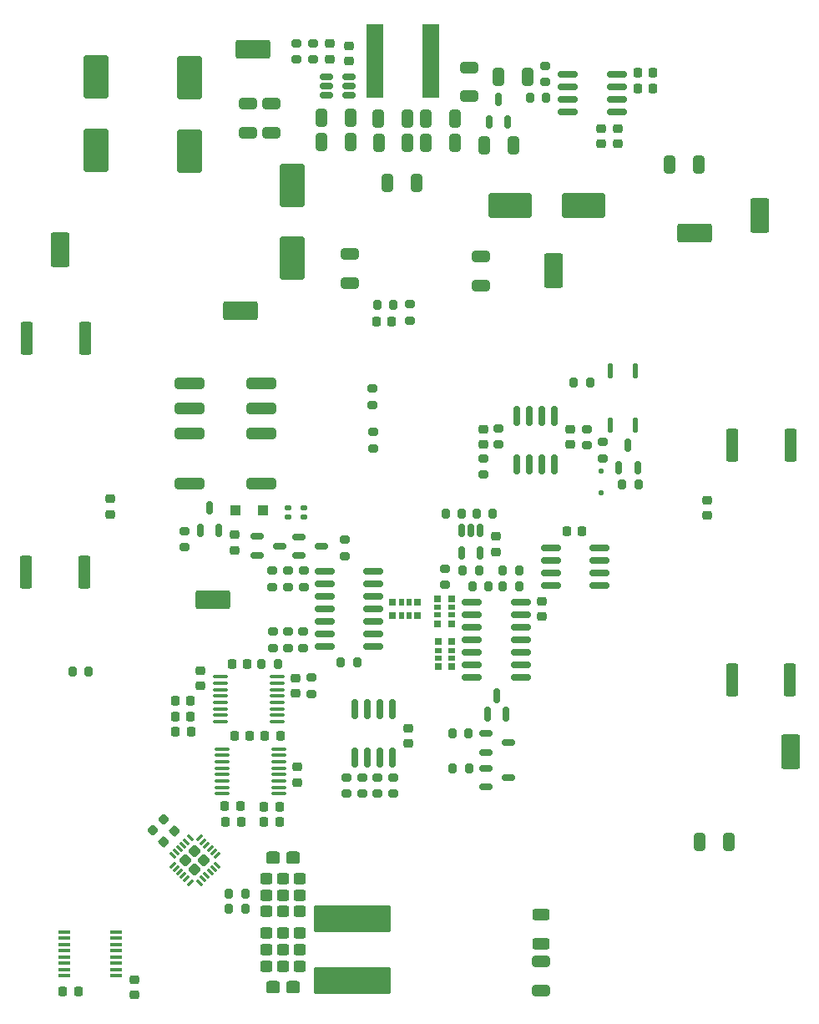
<source format=gbr>
%TF.GenerationSoftware,KiCad,Pcbnew,8.0.0*%
%TF.CreationDate,2024-03-22T17:01:39+01:00*%
%TF.ProjectId,PrezisoinPowerSupply,5072657a-6973-46f6-996e-506f77657253,rev?*%
%TF.SameCoordinates,Original*%
%TF.FileFunction,Paste,Top*%
%TF.FilePolarity,Positive*%
%FSLAX46Y46*%
G04 Gerber Fmt 4.6, Leading zero omitted, Abs format (unit mm)*
G04 Created by KiCad (PCBNEW 8.0.0) date 2024-03-22 17:01:39*
%MOMM*%
%LPD*%
G01*
G04 APERTURE LIST*
G04 Aperture macros list*
%AMRoundRect*
0 Rectangle with rounded corners*
0 $1 Rounding radius*
0 $2 $3 $4 $5 $6 $7 $8 $9 X,Y pos of 4 corners*
0 Add a 4 corners polygon primitive as box body*
4,1,4,$2,$3,$4,$5,$6,$7,$8,$9,$2,$3,0*
0 Add four circle primitives for the rounded corners*
1,1,$1+$1,$2,$3*
1,1,$1+$1,$4,$5*
1,1,$1+$1,$6,$7*
1,1,$1+$1,$8,$9*
0 Add four rect primitives between the rounded corners*
20,1,$1+$1,$2,$3,$4,$5,0*
20,1,$1+$1,$4,$5,$6,$7,0*
20,1,$1+$1,$6,$7,$8,$9,0*
20,1,$1+$1,$8,$9,$2,$3,0*%
G04 Aperture macros list end*
%ADD10RoundRect,0.225000X-0.250000X0.225000X-0.250000X-0.225000X0.250000X-0.225000X0.250000X0.225000X0*%
%ADD11RoundRect,0.147500X0.172500X-0.147500X0.172500X0.147500X-0.172500X0.147500X-0.172500X-0.147500X0*%
%ADD12RoundRect,0.225000X0.250000X-0.225000X0.250000X0.225000X-0.250000X0.225000X-0.250000X-0.225000X0*%
%ADD13RoundRect,0.200000X-1.550000X-0.750000X1.550000X-0.750000X1.550000X0.750000X-1.550000X0.750000X0*%
%ADD14RoundRect,0.200000X-0.200000X-0.275000X0.200000X-0.275000X0.200000X0.275000X-0.200000X0.275000X0*%
%ADD15RoundRect,0.300000X0.325000X0.300000X-0.325000X0.300000X-0.325000X-0.300000X0.325000X-0.300000X0*%
%ADD16RoundRect,0.317500X-0.382500X-0.317500X0.382500X-0.317500X0.382500X0.317500X-0.382500X0.317500X0*%
%ADD17RoundRect,0.150000X0.150000X-0.825000X0.150000X0.825000X-0.150000X0.825000X-0.150000X-0.825000X0*%
%ADD18RoundRect,0.200000X0.275000X-0.200000X0.275000X0.200000X-0.275000X0.200000X-0.275000X-0.200000X0*%
%ADD19R,0.640000X0.700000*%
%ADD20R,0.500000X0.700000*%
%ADD21RoundRect,0.250000X-1.000000X1.950000X-1.000000X-1.950000X1.000000X-1.950000X1.000000X1.950000X0*%
%ADD22RoundRect,0.200000X0.750000X-1.550000X0.750000X1.550000X-0.750000X1.550000X-0.750000X-1.550000X0*%
%ADD23RoundRect,0.218750X0.218750X0.256250X-0.218750X0.256250X-0.218750X-0.256250X0.218750X-0.256250X0*%
%ADD24RoundRect,0.200000X0.200000X0.275000X-0.200000X0.275000X-0.200000X-0.275000X0.200000X-0.275000X0*%
%ADD25RoundRect,0.250000X0.650000X-0.325000X0.650000X0.325000X-0.650000X0.325000X-0.650000X-0.325000X0*%
%ADD26RoundRect,0.250000X-1.950000X-1.000000X1.950000X-1.000000X1.950000X1.000000X-1.950000X1.000000X0*%
%ADD27RoundRect,0.100000X0.637500X0.100000X-0.637500X0.100000X-0.637500X-0.100000X0.637500X-0.100000X0*%
%ADD28RoundRect,0.200000X-0.275000X0.200000X-0.275000X-0.200000X0.275000X-0.200000X0.275000X0.200000X0*%
%ADD29RoundRect,0.250000X-0.325000X-0.650000X0.325000X-0.650000X0.325000X0.650000X-0.325000X0.650000X0*%
%ADD30RoundRect,0.225000X-0.225000X-0.250000X0.225000X-0.250000X0.225000X0.250000X-0.225000X0.250000X0*%
%ADD31RoundRect,0.150000X-0.512500X-0.150000X0.512500X-0.150000X0.512500X0.150000X-0.512500X0.150000X0*%
%ADD32RoundRect,0.250000X0.325000X0.650000X-0.325000X0.650000X-0.325000X-0.650000X0.325000X-0.650000X0*%
%ADD33RoundRect,0.250000X0.362500X1.425000X-0.362500X1.425000X-0.362500X-1.425000X0.362500X-1.425000X0*%
%ADD34RoundRect,0.150000X0.150000X-0.512500X0.150000X0.512500X-0.150000X0.512500X-0.150000X-0.512500X0*%
%ADD35RoundRect,0.225000X0.225000X0.250000X-0.225000X0.250000X-0.225000X-0.250000X0.225000X-0.250000X0*%
%ADD36RoundRect,0.250000X-0.650000X0.325000X-0.650000X-0.325000X0.650000X-0.325000X0.650000X0.325000X0*%
%ADD37RoundRect,0.218750X-0.026517X0.335876X-0.335876X0.026517X0.026517X-0.335876X0.335876X-0.026517X0*%
%ADD38RoundRect,0.250000X-0.362500X-1.425000X0.362500X-1.425000X0.362500X1.425000X-0.362500X1.425000X0*%
%ADD39RoundRect,0.150000X-0.825000X-0.150000X0.825000X-0.150000X0.825000X0.150000X-0.825000X0.150000X0*%
%ADD40RoundRect,0.250000X-0.625000X0.312500X-0.625000X-0.312500X0.625000X-0.312500X0.625000X0.312500X0*%
%ADD41R,1.200000X0.400000*%
%ADD42RoundRect,0.218750X-0.218750X-0.256250X0.218750X-0.256250X0.218750X0.256250X-0.218750X0.256250X0*%
%ADD43RoundRect,0.125000X-0.125000X0.125000X-0.125000X-0.125000X0.125000X-0.125000X0.125000X0.125000X0*%
%ADD44RoundRect,0.300000X-0.325000X-0.300000X0.325000X-0.300000X0.325000X0.300000X-0.325000X0.300000X0*%
%ADD45RoundRect,0.317500X0.382500X0.317500X-0.382500X0.317500X-0.382500X-0.317500X0.382500X-0.317500X0*%
%ADD46RoundRect,0.150000X0.150000X-0.587500X0.150000X0.587500X-0.150000X0.587500X-0.150000X-0.587500X0*%
%ADD47R,1.800000X7.500000*%
%ADD48RoundRect,0.250000X-0.388909X0.000000X0.000000X-0.388909X0.388909X0.000000X0.000000X0.388909X0*%
%ADD49RoundRect,0.062500X-0.291682X0.203293X0.203293X-0.291682X0.291682X-0.203293X-0.203293X0.291682X0*%
%ADD50RoundRect,0.062500X-0.291682X-0.203293X-0.203293X-0.291682X0.291682X0.203293X0.203293X0.291682X0*%
%ADD51RoundRect,0.137500X0.137500X-0.587500X0.137500X0.587500X-0.137500X0.587500X-0.137500X-0.587500X0*%
%ADD52RoundRect,0.249750X1.250250X-0.305250X1.250250X0.305250X-1.250250X0.305250X-1.250250X-0.305250X0*%
%ADD53RoundRect,0.250000X0.300000X0.300000X-0.300000X0.300000X-0.300000X-0.300000X0.300000X-0.300000X0*%
%ADD54R,0.700000X0.640000*%
%ADD55R,0.700000X0.500000*%
%ADD56RoundRect,0.150000X-0.150000X0.512500X-0.150000X-0.512500X0.150000X-0.512500X0.150000X0.512500X0*%
%ADD57RoundRect,0.150000X0.825000X0.150000X-0.825000X0.150000X-0.825000X-0.150000X0.825000X-0.150000X0*%
%ADD58RoundRect,0.225000X0.017678X-0.335876X0.335876X-0.017678X-0.017678X0.335876X-0.335876X0.017678X0*%
%ADD59RoundRect,0.275000X3.635000X-1.100000X3.635000X1.100000X-3.635000X1.100000X-3.635000X-1.100000X0*%
G04 APERTURE END LIST*
D10*
%TO.C,C44*%
X115700000Y-98975000D03*
X115700000Y-100525000D03*
%TD*%
D11*
%TO.C,F4*%
X135400000Y-100835000D03*
X135400000Y-99865000D03*
%TD*%
%TO.C,F3*%
X133750000Y-100835000D03*
X133750000Y-99865000D03*
%TD*%
D12*
%TO.C,C43*%
X176250000Y-100625000D03*
X176250000Y-99075000D03*
%TD*%
D13*
%TO.C,TP6*%
X128900000Y-79900000D03*
%TD*%
%TO.C,TP5*%
X130200000Y-53400000D03*
%TD*%
D14*
%TO.C,R14*%
X127750000Y-140550000D03*
X129400000Y-140550000D03*
%TD*%
D10*
%TO.C,C23*%
X139900000Y-53025000D03*
X139900000Y-54575000D03*
%TD*%
D13*
%TO.C,TP33*%
X126100000Y-109200000D03*
%TD*%
D15*
%TO.C,D9*%
X131550000Y-137450000D03*
X131550000Y-139140000D03*
X131550000Y-140800000D03*
X133250000Y-137450000D03*
X133250000Y-139140000D03*
X133250000Y-140800000D03*
X134950000Y-137450000D03*
X134950000Y-139140000D03*
X134950000Y-140800000D03*
D16*
X132210000Y-135335000D03*
X134290000Y-135335000D03*
%TD*%
D14*
%TO.C,R9*%
X155525000Y-107800000D03*
X157175000Y-107800000D03*
%TD*%
D17*
%TO.C,U3*%
X156945000Y-95475000D03*
X158215000Y-95475000D03*
X159485000Y-95475000D03*
X160755000Y-95475000D03*
X160755000Y-90525000D03*
X159485000Y-90525000D03*
X158215000Y-90525000D03*
X156945000Y-90525000D03*
%TD*%
D18*
%TO.C,R44*%
X132200000Y-114075000D03*
X132200000Y-112425000D03*
%TD*%
%TO.C,R47*%
X146100000Y-80900000D03*
X146100000Y-79250000D03*
%TD*%
%TO.C,R21*%
X133750000Y-107875000D03*
X133750000Y-106225000D03*
%TD*%
D10*
%TO.C,C53*%
X165500000Y-61425000D03*
X165500000Y-62975000D03*
%TD*%
D19*
%TO.C,RN4*%
X144380000Y-110800000D03*
D20*
X145250000Y-110800000D03*
X146050000Y-110800000D03*
D19*
X146920000Y-110800000D03*
X146920000Y-109400000D03*
D20*
X146050000Y-109400000D03*
X145250000Y-109400000D03*
D19*
X144380000Y-109400000D03*
%TD*%
D10*
%TO.C,C9*%
X145965000Y-122210000D03*
X145965000Y-123760000D03*
%TD*%
D21*
%TO.C,C11*%
X123800000Y-56300000D03*
X123800000Y-63700000D03*
%TD*%
D22*
%TO.C,TP1*%
X110600000Y-73700000D03*
%TD*%
D23*
%TO.C,FB2*%
X128987500Y-131700000D03*
X127412500Y-131700000D03*
%TD*%
D18*
%TO.C,R1*%
X164050000Y-93525000D03*
X164050000Y-91875000D03*
%TD*%
D24*
%TO.C,R12*%
X164375000Y-87150000D03*
X162725000Y-87150000D03*
%TD*%
D14*
%TO.C,R32*%
X142775000Y-79275000D03*
X144425000Y-79275000D03*
%TD*%
%TO.C,R33*%
X131050000Y-115700000D03*
X132700000Y-115700000D03*
%TD*%
%TO.C,R49*%
X150475000Y-126250000D03*
X152125000Y-126250000D03*
%TD*%
D25*
%TO.C,C16*%
X153300000Y-77375000D03*
X153300000Y-74425000D03*
%TD*%
D18*
%TO.C,R22*%
X139500000Y-104775000D03*
X139500000Y-103125000D03*
%TD*%
D26*
%TO.C,C56*%
X156300000Y-69200000D03*
X163700000Y-69200000D03*
%TD*%
D27*
%TO.C,U21*%
X132625000Y-121550000D03*
X132625000Y-120900000D03*
X132625000Y-120250000D03*
X132625000Y-119600000D03*
X132625000Y-118950000D03*
X132625000Y-118300000D03*
X132625000Y-117650000D03*
X132625000Y-117000000D03*
X126900000Y-117000000D03*
X126900000Y-117650000D03*
X126900000Y-118300000D03*
X126900000Y-118950000D03*
X126900000Y-119600000D03*
X126900000Y-120250000D03*
X126900000Y-120900000D03*
X126900000Y-121550000D03*
%TD*%
D28*
%TO.C,R42*%
X144400000Y-127200000D03*
X144400000Y-128850000D03*
%TD*%
%TO.C,R46*%
X135300000Y-112425000D03*
X135300000Y-114075000D03*
%TD*%
D12*
%TO.C,C1*%
X159500000Y-110875000D03*
X159500000Y-109325000D03*
%TD*%
D29*
%TO.C,C25*%
X147725000Y-60400000D03*
X150675000Y-60400000D03*
%TD*%
D30*
%TO.C,C51*%
X169200000Y-57400000D03*
X170750000Y-57400000D03*
%TD*%
D10*
%TO.C,C24*%
X138000000Y-52825000D03*
X138000000Y-54375000D03*
%TD*%
D23*
%TO.C,FB5*%
X129900000Y-122950000D03*
X128325000Y-122950000D03*
%TD*%
D13*
%TO.C,TP29*%
X175000000Y-72000000D03*
%TD*%
D24*
%TO.C,R48*%
X159925000Y-58300000D03*
X158275000Y-58300000D03*
%TD*%
D31*
%TO.C,U1*%
X137625000Y-56150000D03*
X137625000Y-57100000D03*
X137625000Y-58050000D03*
X139900000Y-58050000D03*
X139900000Y-57100000D03*
X139900000Y-56150000D03*
%TD*%
D28*
%TO.C,R41*%
X142800000Y-127200000D03*
X142800000Y-128850000D03*
%TD*%
D10*
%TO.C,C10*%
X162400000Y-91925000D03*
X162400000Y-93475000D03*
%TD*%
D14*
%TO.C,R26*%
X152875000Y-100450000D03*
X154525000Y-100450000D03*
%TD*%
D29*
%TO.C,C21*%
X137125000Y-60350000D03*
X140075000Y-60350000D03*
%TD*%
D32*
%TO.C,C15*%
X146775000Y-66900000D03*
X143825000Y-66900000D03*
%TD*%
D28*
%TO.C,R28*%
X165700000Y-93225000D03*
X165700000Y-94875000D03*
%TD*%
D25*
%TO.C,C17*%
X140000000Y-77075000D03*
X140000000Y-74125000D03*
%TD*%
D27*
%TO.C,U7*%
X132825000Y-128850000D03*
X132825000Y-128200000D03*
X132825000Y-127550000D03*
X132825000Y-126900000D03*
X132825000Y-126250000D03*
X132825000Y-125600000D03*
X132825000Y-124950000D03*
X132825000Y-124300000D03*
X127100000Y-124300000D03*
X127100000Y-124950000D03*
X127100000Y-125600000D03*
X127100000Y-126250000D03*
X127100000Y-126900000D03*
X127100000Y-127550000D03*
X127100000Y-128200000D03*
X127100000Y-128850000D03*
%TD*%
D30*
%TO.C,C47*%
X110925000Y-148900000D03*
X112475000Y-148900000D03*
%TD*%
D29*
%TO.C,C22*%
X137125000Y-62800000D03*
X140075000Y-62800000D03*
%TD*%
D14*
%TO.C,R27*%
X167625000Y-97500000D03*
X169275000Y-97500000D03*
%TD*%
%TO.C,R8*%
X152450000Y-107800000D03*
X154100000Y-107800000D03*
%TD*%
D33*
%TO.C,R18*%
X184682500Y-117300000D03*
X178757500Y-117300000D03*
%TD*%
D34*
%TO.C,D6*%
X154150000Y-60775000D03*
X156050000Y-60775000D03*
X155100000Y-58500000D03*
%TD*%
D31*
%TO.C,Q8*%
X153800000Y-122750000D03*
X153800000Y-124650000D03*
X156075000Y-123700000D03*
%TD*%
D35*
%TO.C,C8*%
X163575000Y-102250000D03*
X162025000Y-102250000D03*
%TD*%
D25*
%TO.C,C3*%
X159400000Y-148775000D03*
X159400000Y-145825000D03*
%TD*%
D28*
%TO.C,R31*%
X159875000Y-55075000D03*
X159875000Y-56725000D03*
%TD*%
D36*
%TO.C,C14*%
X132100000Y-58925000D03*
X132100000Y-61875000D03*
%TD*%
D37*
%TO.C,FB1*%
X121156847Y-131443153D03*
X120043153Y-132556847D03*
%TD*%
D23*
%TO.C,FB4*%
X123900000Y-122600000D03*
X122325000Y-122600000D03*
%TD*%
D14*
%TO.C,R13*%
X111875000Y-116500000D03*
X113525000Y-116500000D03*
%TD*%
D38*
%TO.C,R16*%
X178807500Y-93500000D03*
X184732500Y-93500000D03*
%TD*%
D28*
%TO.C,R5*%
X142300000Y-87775000D03*
X142300000Y-89425000D03*
%TD*%
D35*
%TO.C,C32*%
X129600000Y-115700000D03*
X128050000Y-115700000D03*
%TD*%
D21*
%TO.C,C18*%
X134200000Y-67200000D03*
X134200000Y-74600000D03*
%TD*%
D10*
%TO.C,C48*%
X124900000Y-116362500D03*
X124900000Y-117912500D03*
%TD*%
D39*
%TO.C,U20*%
X162125000Y-55890000D03*
X162125000Y-57160000D03*
X162125000Y-58430000D03*
X162125000Y-59700000D03*
X167075000Y-59700000D03*
X167075000Y-58430000D03*
X167075000Y-57160000D03*
X167075000Y-55890000D03*
%TD*%
D10*
%TO.C,C35*%
X128350000Y-102625000D03*
X128350000Y-104175000D03*
%TD*%
D21*
%TO.C,C12*%
X114300000Y-56200000D03*
X114300000Y-63600000D03*
%TD*%
D28*
%TO.C,R43*%
X133750000Y-112425000D03*
X133750000Y-114075000D03*
%TD*%
%TO.C,R6*%
X142400000Y-92175000D03*
X142400000Y-93825000D03*
%TD*%
D30*
%TO.C,C5*%
X131325000Y-130175000D03*
X132875000Y-130175000D03*
%TD*%
D40*
%TO.C,R15*%
X159400000Y-141137500D03*
X159400000Y-144062500D03*
%TD*%
D41*
%TO.C,U5*%
X116300000Y-147322500D03*
X116300000Y-146687500D03*
X116300000Y-146052500D03*
X116300000Y-145417500D03*
X116300000Y-144782500D03*
X116300000Y-144147500D03*
X116300000Y-143512500D03*
X116300000Y-142877500D03*
X111100000Y-142877500D03*
X111100000Y-143512500D03*
X111100000Y-144147500D03*
X111100000Y-144782500D03*
X111100000Y-145417500D03*
X111100000Y-146052500D03*
X111100000Y-146687500D03*
X111100000Y-147322500D03*
%TD*%
D42*
%TO.C,FB3*%
X131312500Y-131700000D03*
X132887500Y-131700000D03*
%TD*%
D31*
%TO.C,Q7*%
X153812500Y-126250000D03*
X153812500Y-128150000D03*
X156087500Y-127200000D03*
%TD*%
D35*
%TO.C,C41*%
X123875000Y-119400000D03*
X122325000Y-119400000D03*
%TD*%
D43*
%TO.C,D7*%
X165500000Y-96150000D03*
X165500000Y-98350000D03*
%TD*%
D18*
%TO.C,R38*%
X123250000Y-103875000D03*
X123250000Y-102225000D03*
%TD*%
D44*
%TO.C,D8*%
X134950000Y-146315000D03*
X134950000Y-144625000D03*
X134950000Y-142965000D03*
X133250000Y-146315000D03*
X133250000Y-144625000D03*
X133250000Y-142965000D03*
X131550000Y-146315000D03*
X131550000Y-144625000D03*
X131550000Y-142965000D03*
D45*
X134290000Y-148430000D03*
X132210000Y-148430000D03*
%TD*%
D39*
%TO.C,U10*%
X152425000Y-109432500D03*
X152425000Y-110702500D03*
X152425000Y-111972500D03*
X152425000Y-113242500D03*
X152425000Y-114512500D03*
X152425000Y-115782500D03*
X152425000Y-117052500D03*
X157375000Y-117052500D03*
X157375000Y-115782500D03*
X157375000Y-114512500D03*
X157375000Y-113242500D03*
X157375000Y-111972500D03*
X157375000Y-110702500D03*
X157375000Y-109432500D03*
%TD*%
D28*
%TO.C,R29*%
X136300000Y-52775000D03*
X136300000Y-54425000D03*
%TD*%
%TO.C,R39*%
X141250000Y-127200000D03*
X141250000Y-128850000D03*
%TD*%
D46*
%TO.C,D1*%
X153950000Y-120800000D03*
X155850000Y-120800000D03*
X154900000Y-118925000D03*
%TD*%
D14*
%TO.C,R2*%
X155525000Y-106250000D03*
X157175000Y-106250000D03*
%TD*%
D35*
%TO.C,C31*%
X128900000Y-130100000D03*
X127350000Y-130100000D03*
%TD*%
D47*
%TO.C,L1*%
X142600000Y-54600000D03*
X148200000Y-54600000D03*
%TD*%
D28*
%TO.C,R23*%
X149700000Y-106025000D03*
X149700000Y-107675000D03*
%TD*%
D30*
%TO.C,C19*%
X142725000Y-80975000D03*
X144275000Y-80975000D03*
%TD*%
D48*
%TO.C,U16*%
X124300000Y-134680761D03*
X123380761Y-135600000D03*
X125219239Y-135600000D03*
X124300000Y-136519239D03*
D49*
X123813864Y-133346097D03*
X123460311Y-133699651D03*
X123106757Y-134053204D03*
X122753204Y-134406757D03*
X122399651Y-134760311D03*
X122046097Y-135113864D03*
D50*
X122046097Y-136086136D03*
X122399651Y-136439689D03*
X122753204Y-136793243D03*
X123106757Y-137146796D03*
X123460311Y-137500349D03*
X123813864Y-137853903D03*
D49*
X124786136Y-137853903D03*
X125139689Y-137500349D03*
X125493243Y-137146796D03*
X125846796Y-136793243D03*
X126200349Y-136439689D03*
X126553903Y-136086136D03*
D50*
X126553903Y-135113864D03*
X126200349Y-134760311D03*
X125846796Y-134406757D03*
X125493243Y-134053204D03*
X125139689Y-133699651D03*
X124786136Y-133346097D03*
%TD*%
D24*
%TO.C,R45*%
X140775000Y-115550000D03*
X139125000Y-115550000D03*
%TD*%
D10*
%TO.C,C33*%
X134550000Y-117125000D03*
X134550000Y-118675000D03*
%TD*%
D51*
%TO.C,U4*%
X166430000Y-91450000D03*
X168970000Y-91450000D03*
X168970000Y-85950000D03*
X166430000Y-85950000D03*
%TD*%
D12*
%TO.C,C46*%
X118200000Y-149275000D03*
X118200000Y-147725000D03*
%TD*%
D52*
%TO.C,K1*%
X131050000Y-97450000D03*
X131050000Y-92370000D03*
X131050000Y-89830000D03*
X131050000Y-87290000D03*
X123760000Y-87290000D03*
X123760000Y-89830000D03*
X123760000Y-92370000D03*
X123760000Y-97450000D03*
%TD*%
D34*
%TO.C,Q6*%
X124850000Y-102150000D03*
X126750000Y-102150000D03*
X125800000Y-99875000D03*
%TD*%
D53*
%TO.C,D2*%
X131205000Y-100100000D03*
X128405000Y-100100000D03*
%TD*%
D28*
%TO.C,R34*%
X136150000Y-117075000D03*
X136150000Y-118725000D03*
%TD*%
D31*
%TO.C,D4*%
X134850000Y-102800000D03*
X134850000Y-104700000D03*
X137125000Y-103750000D03*
%TD*%
D29*
%TO.C,C30*%
X175525000Y-133700000D03*
X178475000Y-133700000D03*
%TD*%
D22*
%TO.C,TP4*%
X160700000Y-75800000D03*
%TD*%
D24*
%TO.C,R24*%
X153125000Y-106200000D03*
X151475000Y-106200000D03*
%TD*%
D12*
%TO.C,C6*%
X134700000Y-127700000D03*
X134700000Y-126150000D03*
%TD*%
D54*
%TO.C,RN2*%
X150375000Y-116000000D03*
D55*
X150375000Y-115130000D03*
X150375000Y-114330000D03*
D54*
X150375000Y-113460000D03*
X148975000Y-113460000D03*
D55*
X148975000Y-114330000D03*
X148975000Y-115130000D03*
D54*
X148975000Y-116000000D03*
%TD*%
D56*
%TO.C,U19*%
X153250000Y-102162500D03*
X152300000Y-102162500D03*
X151350000Y-102162500D03*
X151350000Y-104437500D03*
X153250000Y-104437500D03*
%TD*%
D28*
%TO.C,R19*%
X135350000Y-106225000D03*
X135350000Y-107875000D03*
%TD*%
D54*
%TO.C,RN5*%
X150350000Y-111600000D03*
D55*
X150350000Y-110730000D03*
X150350000Y-109930000D03*
D54*
X150350000Y-109060000D03*
X148950000Y-109060000D03*
D55*
X148950000Y-109930000D03*
X148950000Y-110730000D03*
D54*
X148950000Y-111600000D03*
%TD*%
D35*
%TO.C,C38*%
X123875000Y-121000000D03*
X122325000Y-121000000D03*
%TD*%
D34*
%TO.C,Q5*%
X167300000Y-95775000D03*
X169200000Y-95775000D03*
X168250000Y-93500000D03*
%TD*%
D36*
%TO.C,C13*%
X129700000Y-58925000D03*
X129700000Y-61875000D03*
%TD*%
D38*
%TO.C,R17*%
X107137500Y-106400000D03*
X113062500Y-106400000D03*
%TD*%
D24*
%TO.C,R25*%
X151375000Y-100450000D03*
X149725000Y-100450000D03*
%TD*%
D22*
%TO.C,TP2*%
X184700000Y-124600000D03*
%TD*%
D12*
%TO.C,C2*%
X153550000Y-93425000D03*
X153550000Y-91875000D03*
%TD*%
D31*
%TO.C,D3*%
X130612500Y-102787500D03*
X130612500Y-104687500D03*
X132887500Y-103737500D03*
%TD*%
D14*
%TO.C,R50*%
X150425000Y-122700000D03*
X152075000Y-122700000D03*
%TD*%
D32*
%TO.C,C55*%
X156575000Y-63100000D03*
X153625000Y-63100000D03*
%TD*%
%TO.C,C54*%
X158075000Y-56200000D03*
X155125000Y-56200000D03*
%TD*%
D17*
%TO.C,U12*%
X140535000Y-125210000D03*
X141805000Y-125210000D03*
X143075000Y-125210000D03*
X144345000Y-125210000D03*
X144345000Y-120260000D03*
X143075000Y-120260000D03*
X141805000Y-120260000D03*
X140535000Y-120260000D03*
%TD*%
D29*
%TO.C,C26*%
X147725000Y-62900000D03*
X150675000Y-62900000D03*
%TD*%
D33*
%TO.C,R7*%
X113212500Y-82700000D03*
X107287500Y-82700000D03*
%TD*%
D28*
%TO.C,R40*%
X139700000Y-127200000D03*
X139700000Y-128850000D03*
%TD*%
D18*
%TO.C,R10*%
X153550000Y-96525000D03*
X153550000Y-94875000D03*
%TD*%
%TO.C,R30*%
X134600000Y-54425000D03*
X134600000Y-52775000D03*
%TD*%
D10*
%TO.C,C52*%
X167225000Y-61425000D03*
X167225000Y-62975000D03*
%TD*%
D28*
%TO.C,R11*%
X155100000Y-91825000D03*
X155100000Y-93475000D03*
%TD*%
D32*
%TO.C,C29*%
X175375000Y-65100000D03*
X172425000Y-65100000D03*
%TD*%
D18*
%TO.C,R20*%
X132150000Y-107875000D03*
X132150000Y-106225000D03*
%TD*%
D25*
%TO.C,C34*%
X152100000Y-58175000D03*
X152100000Y-55225000D03*
%TD*%
D57*
%TO.C,U2*%
X165375000Y-107755000D03*
X165375000Y-106485000D03*
X165375000Y-105215000D03*
X165375000Y-103945000D03*
X160425000Y-103945000D03*
X160425000Y-105215000D03*
X160425000Y-106485000D03*
X160425000Y-107755000D03*
%TD*%
D58*
%TO.C,C40*%
X121151992Y-133698008D03*
X122248008Y-132601992D03*
%TD*%
D30*
%TO.C,C36*%
X131425000Y-122950000D03*
X132975000Y-122950000D03*
%TD*%
D32*
%TO.C,C28*%
X145875000Y-60400000D03*
X142925000Y-60400000D03*
%TD*%
D14*
%TO.C,R35*%
X127775000Y-139000000D03*
X129425000Y-139000000D03*
%TD*%
D22*
%TO.C,TP3*%
X181600000Y-70200000D03*
%TD*%
D59*
%TO.C,R51*%
X140312500Y-147780000D03*
X140312500Y-141520000D03*
%TD*%
D57*
%TO.C,U11*%
X142400000Y-113950000D03*
X142400000Y-112680000D03*
X142400000Y-111410000D03*
X142400000Y-110140000D03*
X142400000Y-108870000D03*
X142400000Y-107600000D03*
X142400000Y-106330000D03*
X137450000Y-106330000D03*
X137450000Y-107600000D03*
X137450000Y-108870000D03*
X137450000Y-110140000D03*
X137450000Y-111410000D03*
X137450000Y-112680000D03*
X137450000Y-113950000D03*
%TD*%
D32*
%TO.C,C27*%
X145900000Y-62900000D03*
X142950000Y-62900000D03*
%TD*%
D12*
%TO.C,C7*%
X154800000Y-104325000D03*
X154800000Y-102775000D03*
%TD*%
D30*
%TO.C,C37*%
X169200000Y-55800000D03*
X170750000Y-55800000D03*
%TD*%
M02*

</source>
